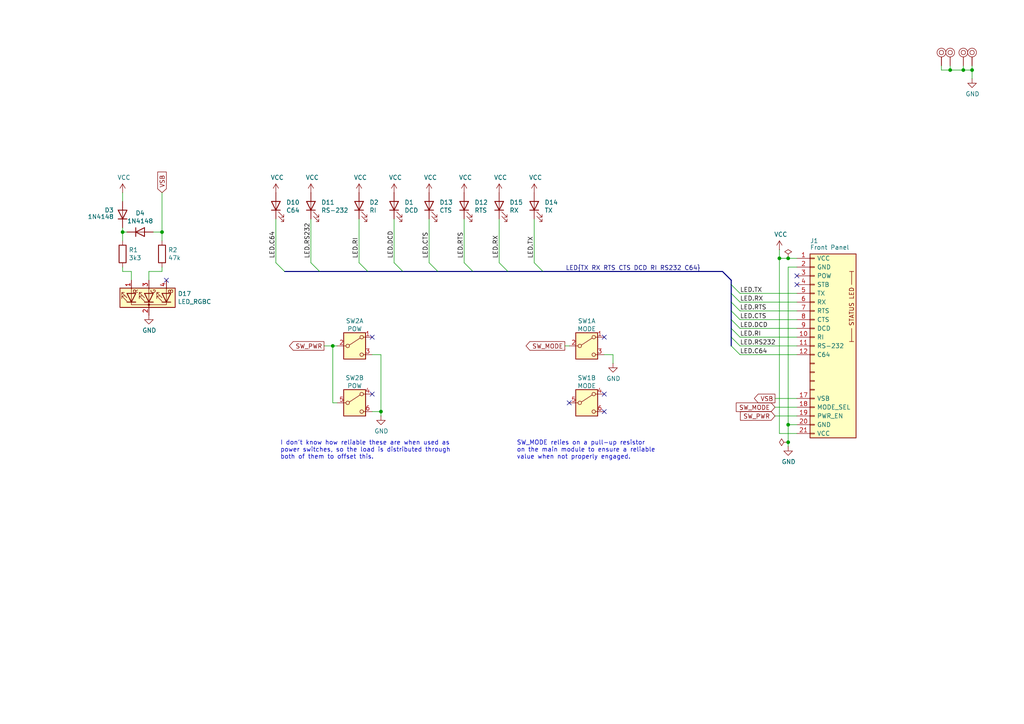
<source format=kicad_sch>
(kicad_sch (version 20231120) (generator "eeschema") (generator_version "8.0")
  (paper "A4")
  (title_block (title "BulkyModem (Panel)") (rev "A") (comment 4 "Front panel for mounting LEDs horizontally, designed for slotting into the main module."))
  (lib_symbols
    (symbol "BulkyModem:Module_Panel" (pin_names (offset 2.0066))
      (property "Reference" "J" (at 0 27.94 0))
      (property "Value" "Module_Panel" (at 0 -27.94 0))
      (symbol "Module_Panel_0_0"
        (polyline (pts (xy 10.795 1.27) (xy 10.795 5.08)))
        (polyline (pts (xy 10.795 21.59) (xy 10.795 17.78)))
        (text "STATUS LED" (at 10.795 11.43 900) (effects (font (size 1.27 1.27))))
      )
      (symbol "Module_Panel_0_1"
        (rectangle (start -1.27 26.67) (end 12.065 -26.67) (stroke (width 0.254)) (fill (type background)))
        (polyline (pts (xy 10.16 21.59) (xy 11.43 21.59)))
        (polyline (pts (xy 11.43 1.27) (xy 10.16 1.27)))
      )
      (symbol "Module_Panel_1_1"
        (rectangle (start -1.27 -25.273) (end 0 -25.527) (stroke (width 0.1524)))
        (rectangle (start -1.27 -22.733) (end 0 -22.987) (stroke (width 0.1524)))
        (rectangle (start -1.27 -20.193) (end 0 -20.447) (stroke (width 0.1524)))
        (rectangle (start -1.27 -17.653) (end 0 -17.907) (stroke (width 0.1524)))
        (rectangle (start -1.27 -15.113) (end 0 -15.367) (stroke (width 0.1524)))
        (rectangle (start -1.27 -12.573) (end 0 -12.827) (stroke (width 0.1524)))
        (rectangle (start -1.27 -10.033) (end 0 -10.287) (stroke (width 0.1524)))
        (rectangle (start -1.27 -7.493) (end 0 -7.747) (stroke (width 0.1524)))
        (rectangle (start -1.27 -4.953) (end 0 -5.207) (stroke (width 0.1524)))
        (rectangle (start -1.27 -2.413) (end 0 -2.667) (stroke (width 0.1524)))
        (rectangle (start -1.27 0.127) (end 0 -0.127) (stroke (width 0.1524)))
        (rectangle (start -1.27 2.667) (end 0 2.413) (stroke (width 0.1524)))
        (rectangle (start -1.27 5.207) (end 0 4.953) (stroke (width 0.1524)))
        (rectangle (start -1.27 7.747) (end 0 7.493) (stroke (width 0.1524)))
        (rectangle (start -1.27 10.287) (end 0 10.033) (stroke (width 0.1524)))
        (rectangle (start -1.27 12.827) (end 0 12.573) (stroke (width 0.1524)))
        (rectangle (start -1.27 15.367) (end 0 15.113) (stroke (width 0.1524)))
        (rectangle (start -1.27 17.907) (end 0 17.653) (stroke (width 0.1524)))
        (rectangle (start -1.27 20.447) (end 0 20.193) (stroke (width 0.1524)))
        (rectangle (start -1.27 22.987) (end 0 22.733) (stroke (width 0.1524)))
        (rectangle (start -1.27 25.527) (end 0 25.273) (stroke (width 0.1524)))
        (pin power_in line (at -5.08 25.4 0) (length 3.81) (name "VCC") (number "1"))
        (pin passive line (at -5.08 2.54 0) (length 3.81) (name "RI") (number "10"))
        (pin passive line (at -5.08 0 0) (length 3.81) (name "RS-232") (number "11"))
        (pin passive line (at -5.08 -2.54 0) (length 3.81) (name "C64") (number "12"))
        (pin no_connect line (at -5.08 -5.08 0) (length 3.81) hide (name "N.C.") (number "13"))
        (pin no_connect line (at -5.08 -7.62 0) (length 3.81) hide (name "N.C.") (number "14"))
        (pin no_connect line (at -5.08 -10.16 0) (length 3.81) hide (name "N.C.") (number "15"))
        (pin no_connect line (at -5.08 -12.7 0) (length 3.81) hide (name "N.C.") (number "16"))
        (pin passive line (at -5.08 -15.24 0) (length 3.81) (name "VSB") (number "17"))
        (pin passive line (at -5.08 -17.78 0) (length 3.81) (name "MODE_SEL") (number "18"))
        (pin passive line (at -5.08 -20.32 0) (length 3.81) (name "PWR_EN") (number "19"))
        (pin power_in line (at -5.08 22.86 0) (length 3.81) (name "GND") (number "2"))
        (pin passive line (at -5.08 -22.86 0) (length 3.81) (name "GND") (number "20"))
        (pin passive line (at -5.08 -25.4 0) (length 3.81) (name "VCC") (number "21"))
        (pin passive line (at -5.08 20.32 0) (length 3.81) (name "POW") (number "3"))
        (pin passive line (at -5.08 17.78 0) (length 3.81) (name "STB") (number "4"))
        (pin passive line (at -5.08 15.24 0) (length 3.81) (name "TX") (number "5"))
        (pin passive line (at -5.08 12.7 0) (length 3.81) (name "RX") (number "6"))
        (pin passive line (at -5.08 10.16 0) (length 3.81) (name "RTS") (number "7"))
        (pin passive line (at -5.08 7.62 0) (length 3.81) (name "CTS") (number "8"))
        (pin passive line (at -5.08 5.08 0) (length 3.81) (name "DCD") (number "9"))
      )
    )
    (symbol "Device:LED" (pin_numbers hide) (pin_names (offset 1.016) hide)
      (property "Reference" "D" (at 0 2.54 0))
      (property "Value" "LED" (at 0 -2.54 0))
      (symbol "LED_0_1"
        (polyline (pts (xy -1.27 -1.27) (xy -1.27 1.27)) (stroke (width 0.254)))
        (polyline (pts (xy -1.27 0) (xy 1.27 0)))
        (polyline (pts (xy 1.27 -1.27) (xy 1.27 1.27) (xy -1.27 0) (xy 1.27 -1.27)) (stroke (width 0.254)))
        (polyline (pts (xy -3.048 -0.762) (xy -4.572 -2.286) (xy -3.81 -2.286) (xy -4.572 -2.286) (xy -4.572 -1.524)))
        (polyline (pts (xy -1.778 -0.762) (xy -3.302 -2.286) (xy -2.54 -2.286) (xy -3.302 -2.286) (xy -3.302 -1.524)))
      )
      (symbol "LED_1_1"
        (pin passive line (at -3.81 0 0) (length 2.54) (name "K") (number "1"))
        (pin passive line (at 3.81 0 180) (length 2.54) (name "A") (number "2"))
      )
    )
    (symbol "Device:R" (pin_numbers hide) (pin_names (offset 0))
      (property "Reference" "R" (at 2.032 0 90))
      (property "Value" "R" (at 0 0 90))
      (symbol "R_0_1"
        (rectangle (start -1.016 -2.54) (end 1.016 2.54) (stroke (width 0.254)))
      )
      (symbol "R_1_1"
        (pin passive line (at 0 3.81 270) (length 1.27) (name "~") (number "1"))
        (pin passive line (at 0 -3.81 90) (length 1.27) (name "~") (number "2"))
      )
    )
    (symbol "Diode:1N4148" (pin_numbers hide) (pin_names hide)
      (property "Reference" "D" (at 0 2.54 0))
      (property "Value" "1N4148" (at 0 -2.54 0))
      (symbol "1N4148_0_1"
        (polyline (pts (xy -1.27 1.27) (xy -1.27 -1.27)) (stroke (width 0.254)))
        (polyline (pts (xy 1.27 0) (xy -1.27 0)))
        (polyline (pts (xy 1.27 1.27) (xy 1.27 -1.27) (xy -1.27 0) (xy 1.27 1.27)) (stroke (width 0.254)))
      )
      (symbol "1N4148_1_1"
        (pin passive line (at -3.81 0 0) (length 2.54) (name "K") (number "1"))
        (pin passive line (at 3.81 0 180) (length 2.54) (name "A") (number "2"))
      )
    )
    (symbol "Switch:SW_DPDT_x2" (pin_names (offset 0) hide)
      (property "Reference" "SW" (at 0 5.08 0))
      (property "Value" "SW_DPDT_x2" (at 0 -5.08 0))
      (symbol "SW_DPDT_x2_0_0"
        (circle (center -2.032 0) (radius 0.508))
        (circle (center 2.032 -2.54) (radius 0.508))
      )
      (symbol "SW_DPDT_x2_0_1"
        (rectangle (start -3.175 3.81) (end 3.175 -3.81) (stroke (width 0.254)) (fill (type background)))
        (polyline (pts (xy -1.524 0.254) (xy 1.5748 2.286)))
        (circle (center 2.032 2.54) (radius 0.508))
      )
      (symbol "SW_DPDT_x2_1_1"
        (pin passive line (at 5.08 2.54 180) (length 2.54) (name "A") (number "1"))
        (pin passive line (at -5.08 0 0) (length 2.54) (name "B") (number "2"))
        (pin passive line (at 5.08 -2.54 180) (length 2.54) (name "C") (number "3"))
      )
      (symbol "SW_DPDT_x2_2_1"
        (pin passive line (at 5.08 2.54 180) (length 2.54) (name "A") (number "4"))
        (pin passive line (at -5.08 0 0) (length 2.54) (name "B") (number "5"))
        (pin passive line (at 5.08 -2.54 180) (length 2.54) (name "C") (number "6"))
      )
    )
    (symbol "led_rgbc:LED_RGBC" (pin_names (offset 0) hide)
      (property "Reference" "D" (at 0 9.398 0))
      (property "Value" "LED_RGBC" (at 0 -8.89 0))
      (symbol "LED_RGBC_0_0"
        (text "B" (at 1.905 -6.35 0) (effects (font (size 1.27 1.27))))
        (text "G" (at 1.905 -1.27 0) (effects (font (size 1.27 1.27))))
        (text "R" (at 1.905 3.81 0) (effects (font (size 1.27 1.27))))
      )
      (symbol "LED_RGBC_0_1"
        (circle (center -2.032 0) (radius 0.254) (fill (type outline)))
        (polyline (pts (xy -1.27 -5.08) (xy 1.27 -5.08)))
        (polyline (pts (xy -1.27 -3.81) (xy -1.27 -6.35)) (stroke (width 0.254)))
        (polyline (pts (xy -1.27 0) (xy -2.54 0)))
        (polyline (pts (xy -1.27 1.27) (xy -1.27 -1.27)) (stroke (width 0.254)))
        (polyline (pts (xy -1.27 5.08) (xy 1.27 5.08)))
        (polyline (pts (xy -1.27 6.35) (xy -1.27 3.81)) (stroke (width 0.254)))
        (polyline (pts (xy 1.27 -5.08) (xy 2.54 -5.08)))
        (polyline (pts (xy 1.27 0) (xy -1.27 0)))
        (polyline (pts (xy 1.27 0) (xy 2.54 0)))
        (polyline (pts (xy 1.27 5.08) (xy 2.54 5.08)))
        (polyline (pts (xy -1.27 1.27) (xy -1.27 -1.27) (xy -1.27 -1.27)))
        (polyline (pts (xy -1.27 6.35) (xy -1.27 3.81) (xy -1.27 3.81)))
        (polyline (pts (xy -1.27 5.08) (xy -2.032 5.08) (xy -2.032 -5.08) (xy -1.016 -5.08)))
        (polyline (pts (xy 1.27 -3.81) (xy 1.27 -6.35) (xy -1.27 -5.08) (xy 1.27 -3.81)) (stroke (width 0.254)))
        (polyline (pts (xy 1.27 1.27) (xy 1.27 -1.27) (xy -1.27 0) (xy 1.27 1.27)) (stroke (width 0.254)))
        (polyline (pts (xy 1.27 6.35) (xy 1.27 3.81) (xy -1.27 5.08) (xy 1.27 6.35)) (stroke (width 0.254)))
        (polyline (pts (xy -1.016 -3.81) (xy 0.508 -2.286) (xy -0.254 -2.286) (xy 0.508 -2.286) (xy 0.508 -3.048)))
        (polyline (pts (xy -1.016 1.27) (xy 0.508 2.794) (xy -0.254 2.794) (xy 0.508 2.794) (xy 0.508 2.032)))
        (polyline (pts (xy -1.016 6.35) (xy 0.508 7.874) (xy -0.254 7.874) (xy 0.508 7.874) (xy 0.508 7.112)))
        (polyline (pts (xy 0 -3.81) (xy 1.524 -2.286) (xy 0.762 -2.286) (xy 1.524 -2.286) (xy 1.524 -3.048)))
        (polyline (pts (xy 0 1.27) (xy 1.524 2.794) (xy 0.762 2.794) (xy 1.524 2.794) (xy 1.524 2.032)))
        (polyline (pts (xy 0 6.35) (xy 1.524 7.874) (xy 0.762 7.874) (xy 1.524 7.874) (xy 1.524 7.112)))
        (rectangle (start 1.27 -1.27) (end 1.27 1.27))
        (rectangle (start 1.27 1.27) (end 1.27 1.27))
        (rectangle (start 1.27 3.81) (end 1.27 6.35))
        (rectangle (start 1.27 6.35) (end 1.27 6.35))
        (rectangle (start 2.794 8.382) (end -2.794 -7.62) (stroke (width 0.254)) (fill (type background)))
      )
      (symbol "LED_RGBC_1_1"
        (pin passive line (at 5.08 5.08 180) (length 2.54) (name "RA") (number "1"))
        (pin passive line (at -5.08 0 0) (length 2.54) (name "K") (number "2"))
        (pin passive line (at 5.08 0 180) (length 2.54) (name "GA") (number "3"))
        (pin passive line (at 5.08 -5.08 180) (length 2.54) (name "BA") (number "4"))
      )
    )
    (symbol "mounting:Mounting_Pin" (pin_numbers hide) (pin_names (offset 0) hide)
      (symbol "Mounting_Pin_0_1"
        (circle (center 0 0) (radius 0.635))
        (circle (center 0 0) (radius 1.27))
      )
      (symbol "Mounting_Pin_1_1"
        (pin passive line (at 0 -3.81 90) (length 2.54) (name "~") (number "1"))
      )
    )
    (symbol "power:GND" (power) (pin_numbers hide) (pin_names (offset 0) hide)
      (property "Value" "GND" (at 0 -3.81 0))
      (symbol "GND_0_1"
        (polyline (pts (xy 0 0) (xy 0 -1.27) (xy 1.27 -1.27) (xy 0 -2.54) (xy -1.27 -1.27) (xy 0 -1.27)))
      )
      (symbol "GND_1_1"
        (pin power_in line (at 0 0 270) (length 0) (name "~") (number "1"))
      )
    )
    (symbol "power:PWR_FLAG" (power) (pin_numbers hide) (pin_names (offset 0) hide)
      (property "Value" "PWR_FLAG" (at 0 3.81 0))
      (symbol "PWR_FLAG_0_0"
        (pin power_out line (at 0 0 90) (length 0) (name "~") (number "1"))
      )
      (symbol "PWR_FLAG_0_1"
        (polyline (pts (xy 0 0) (xy 0 1.27) (xy -1.016 1.905) (xy 0 2.54) (xy 1.016 1.905) (xy 0 1.27)))
      )
    )
    (symbol "power:VCC" (power) (pin_numbers hide) (pin_names (offset 0) hide)
      (property "Value" "VCC" (at 0 3.556 0))
      (symbol "VCC_0_1"
        (polyline (pts (xy -0.762 1.27) (xy 0 2.54)))
        (polyline (pts (xy 0 0) (xy 0 2.54)))
        (polyline (pts (xy 0 2.54) (xy 0.762 1.27)))
      )
      (symbol "VCC_1_1"
        (pin power_in line (at 0 0 90) (length 0) (name "~") (number "1"))
      )
    )
  )
  (junction (at 279.4 20.32))
  (junction (at 96.52 100.33))
  (junction (at 46.99 67.31))
  (junction (at 226.06 74.93))
  (junction (at 228.6 128.27))
  (junction (at 110.49 119.38))
  (junction (at 275.59 20.32))
  (junction (at 281.94 20.32))
  (junction (at 228.6 123.19))
  (junction (at 228.6 74.93))
  (junction (at 35.56 67.31))
  (no_connect (at 231.14 80.01))
  (no_connect (at 175.26 114.3))
  (no_connect (at 107.95 97.79))
  (no_connect (at 48.26 81.28))
  (no_connect (at 165.1 116.84))
  (no_connect (at 175.26 97.79))
  (no_connect (at 175.26 119.38))
  (no_connect (at 107.95 114.3))
  (no_connect (at 231.14 82.55))
  (bus_entry (at 106.68 78.74) (size -2.54 -2.54))
  (bus_entry (at 214.63 85.09) (size -2.54 -2.54))
  (bus_entry (at 147.32 78.74) (size -2.54 -2.54))
  (bus_entry (at 214.63 100.33) (size -2.54 -2.54))
  (bus_entry (at 137.16 78.74) (size -2.54 -2.54))
  (bus_entry (at 92.71 78.74) (size -2.54 -2.54))
  (bus_entry (at 214.63 102.87) (size -2.54 -2.54))
  (bus_entry (at 214.63 92.71) (size -2.54 -2.54))
  (bus_entry (at 116.84 78.74) (size -2.54 -2.54))
  (bus_entry (at 214.63 87.63) (size -2.54 -2.54))
  (bus_entry (at 214.63 90.17) (size -2.54 -2.54))
  (bus_entry (at 82.55 78.74) (size -2.54 -2.54))
  (bus_entry (at 127 78.74) (size -2.54 -2.54))
  (bus_entry (at 214.63 97.79) (size -2.54 -2.54))
  (bus_entry (at 214.63 95.25) (size -2.54 -2.54))
  (bus_entry (at 157.48 78.74) (size -2.54 -2.54))
  (wire (pts (xy 177.8 102.87) (xy 177.8 105.41)))
  (wire (pts (xy 96.52 116.84) (xy 97.79 116.84)))
  (wire (pts (xy 214.63 87.63) (xy 231.14 87.63)))
  (bus (pts (xy 209.55 78.74) (xy 212.09 81.28)))
  (wire (pts (xy 273.05 20.32) (xy 275.59 20.32)))
  (wire (pts (xy 214.63 97.79) (xy 231.14 97.79)))
  (wire (pts (xy 35.56 66.04) (xy 35.56 67.31)))
  (wire (pts (xy 228.6 77.47) (xy 228.6 123.19)))
  (wire (pts (xy 107.95 119.38) (xy 110.49 119.38)))
  (wire (pts (xy 228.6 123.19) (xy 231.14 123.19)))
  (wire (pts (xy 35.56 67.31) (xy 36.83 67.31)))
  (wire (pts (xy 46.99 77.47) (xy 46.99 78.74)))
  (wire (pts (xy 214.63 85.09) (xy 231.14 85.09)))
  (wire (pts (xy 46.99 67.31) (xy 46.99 69.85)))
  (wire (pts (xy 46.99 55.88) (xy 46.99 67.31)))
  (bus (pts (xy 212.09 95.25) (xy 212.09 92.71)))
  (wire (pts (xy 93.98 100.33) (xy 96.52 100.33)))
  (wire (pts (xy 35.56 55.88) (xy 35.56 58.42)))
  (bus (pts (xy 212.09 97.79) (xy 212.09 95.25)))
  (wire (pts (xy 163.83 100.33) (xy 165.1 100.33)))
  (wire (pts (xy 104.14 76.2) (xy 104.14 63.5)))
  (wire (pts (xy 226.06 74.93) (xy 228.6 74.93)))
  (wire (pts (xy 275.59 19.05) (xy 275.59 20.32)))
  (wire (pts (xy 110.49 119.38) (xy 110.49 120.65)))
  (wire (pts (xy 35.56 77.47) (xy 35.56 78.74)))
  (bus (pts (xy 82.55 78.74) (xy 92.71 78.74)))
  (wire (pts (xy 279.4 20.32) (xy 281.94 20.32)))
  (wire (pts (xy 226.06 74.93) (xy 226.06 72.39)))
  (bus (pts (xy 212.09 100.33) (xy 212.09 97.79)))
  (bus (pts (xy 212.09 92.71) (xy 212.09 90.17)))
  (bus (pts (xy 92.71 78.74) (xy 106.68 78.74)))
  (bus (pts (xy 157.48 78.74) (xy 209.55 78.74)))
  (wire (pts (xy 175.26 102.87) (xy 177.8 102.87)))
  (wire (pts (xy 46.99 67.31) (xy 44.45 67.31)))
  (wire (pts (xy 228.6 123.19) (xy 228.6 128.27)))
  (wire (pts (xy 214.63 95.25) (xy 231.14 95.25)))
  (wire (pts (xy 80.01 63.5) (xy 80.01 76.2)))
  (wire (pts (xy 46.99 78.74) (xy 43.18 78.74)))
  (wire (pts (xy 214.63 102.87) (xy 231.14 102.87)))
  (wire (pts (xy 124.46 76.2) (xy 124.46 63.5)))
  (wire (pts (xy 273.05 19.05) (xy 273.05 20.32)))
  (wire (pts (xy 226.06 125.73) (xy 226.06 74.93)))
  (bus (pts (xy 212.09 82.55) (xy 212.09 85.09)))
  (wire (pts (xy 110.49 119.38) (xy 110.49 102.87)))
  (wire (pts (xy 226.06 125.73) (xy 231.14 125.73)))
  (wire (pts (xy 90.17 63.5) (xy 90.17 76.2)))
  (wire (pts (xy 279.4 19.05) (xy 279.4 20.32)))
  (wire (pts (xy 144.78 76.2) (xy 144.78 63.5)))
  (wire (pts (xy 228.6 77.47) (xy 231.14 77.47)))
  (wire (pts (xy 35.56 78.74) (xy 38.1 78.74)))
  (wire (pts (xy 281.94 20.32) (xy 281.94 19.05)))
  (wire (pts (xy 114.3 76.2) (xy 114.3 63.5)))
  (bus (pts (xy 106.68 78.74) (xy 116.84 78.74)))
  (wire (pts (xy 35.56 69.85) (xy 35.56 67.31)))
  (wire (pts (xy 214.63 92.71) (xy 231.14 92.71)))
  (wire (pts (xy 228.6 128.27) (xy 228.6 129.54)))
  (bus (pts (xy 212.09 81.28) (xy 212.09 82.55)))
  (wire (pts (xy 96.52 100.33) (xy 97.79 100.33)))
  (bus (pts (xy 212.09 90.17) (xy 212.09 87.63)))
  (wire (pts (xy 43.18 78.74) (xy 43.18 81.28)))
  (wire (pts (xy 96.52 100.33) (xy 96.52 116.84)))
  (wire (pts (xy 228.6 74.93) (xy 231.14 74.93)))
  (wire (pts (xy 110.49 102.87) (xy 107.95 102.87)))
  (wire (pts (xy 154.94 63.5) (xy 154.94 76.2)))
  (bus (pts (xy 137.16 78.74) (xy 147.32 78.74)))
  (wire (pts (xy 214.63 100.33) (xy 231.14 100.33)))
  (wire (pts (xy 224.79 115.57) (xy 231.14 115.57)))
  (wire (pts (xy 275.59 20.32) (xy 279.4 20.32)))
  (wire (pts (xy 281.94 20.32) (xy 281.94 22.86)))
  (bus (pts (xy 147.32 78.74) (xy 157.48 78.74)))
  (wire (pts (xy 231.14 120.65) (xy 224.79 120.65)))
  (bus (pts (xy 212.09 87.63) (xy 212.09 85.09)))
  (bus (pts (xy 127 78.74) (xy 137.16 78.74)))
  (wire (pts (xy 38.1 78.74) (xy 38.1 81.28)))
  (wire (pts (xy 224.79 118.11) (xy 231.14 118.11)))
  (wire (pts (xy 214.63 90.17) (xy 231.14 90.17)))
  (wire (pts (xy 134.62 63.5) (xy 134.62 76.2)))
  (bus (pts (xy 116.84 78.74) (xy 127 78.74)))
  (text "SW_MODE relies on a pull-up resistor\non the main module to ensure a reliable\nvalue when not properly engaged." (at 149.86 133.35 0) (effects (font (size 1.27 1.27)) (justify left bottom)))
  (text "I don't know how reliable these are when used as\npower switches, so the load is distributed through\nboth of them to offset this." (at 81.28 133.35 0) (effects (font (size 1.27 1.27)) (justify left bottom)))
  (label "LED.TX" (at 214.63 85.09 0))
  (label "LED.RTS" (at 134.62 74.93 90))
  (label "LED.DCD" (at 114.3 74.93 90))
  (label "LED.DCD" (at 214.63 95.25 0))
  (label "LED.TX" (at 154.94 74.93 90))
  (label "LED.C64" (at 214.63 102.87 0))
  (label "LED.RS232" (at 90.17 74.93 90))
  (label "LED.RX" (at 144.78 74.93 90))
  (label "LED.RTS" (at 214.63 90.17 0))
  (label "LED.C64" (at 80.01 74.93 90))
  (label "LED.RI" (at 214.63 97.79 0))
  (label "LED.RS232" (at 214.63 100.33 0))
  (label "LED{TX RX RTS CTS DCD RI RS232 C64}" (at 203.2 78.74 180))
  (label "LED.CTS" (at 124.46 74.93 90))
  (label "LED.RX" (at 214.63 87.63 0))
  (label "LED.RI" (at 104.14 74.93 90))
  (label "LED.CTS" (at 214.63 92.71 0))
  (global_label "SW_MODE" (shape output) (at 163.83 100.33 180) (property "Intersheetrefs" "${INTERSHEET_REFS}" (effects (hide yes))))
  (global_label "VSB" (shape output) (at 224.79 115.57 180) (property "Intersheetrefs" "${INTERSHEET_REFS}" (effects (hide yes))))
  (global_label "SW_PWR" (shape output) (at 93.98 100.33 180) (property "Intersheetrefs" "${INTERSHEET_REFS}" (effects (hide yes))))
  (global_label "SW_PWR" (shape input) (at 224.79 120.65 180) (property "Intersheetrefs" "${INTERSHEET_REFS}" (effects (hide yes))))
  (global_label "SW_MODE" (shape input) (at 224.79 118.11 180) (property "Intersheetrefs" "${INTERSHEET_REFS}" (effects (hide yes))))
  (global_label "VSB" (shape input) (at 46.99 55.88 90) (property "Intersheetrefs" "${INTERSHEET_REFS}" (effects (hide yes))))
  (symbol (lib_id "BulkyModem:Module_Panel") (at 236.22 100.33 0) (unit 1)
    (property "Reference" "J1" (at 234.95 69.85 0) (effects (justify left)))
    (property "Value" "Front Panel" (at 234.95 71.755 0) (effects (justify left)))
    (property "Footprint" "Connector_PinHeader_2.54mm:PinHeader_1x21_P2.54mm_Horizontal" (effects (hide yes)))
  )
  (symbol (lib_id "mounting:Mounting_Pin") (at 273.05 15.24 0) (unit 1)
    (property "Reference" "M1" (effects (hide yes)))
    (property "Value" "Mounting_Pin" (effects (hide yes)))
    (property "Footprint" "mounting:M3_pin" (effects (hide yes)))
  )
  (symbol (lib_id "mounting:Mounting_Pin") (at 275.59 15.24 0) (unit 1)
    (property "Reference" "M2" (effects (hide yes)))
    (property "Value" "Mounting_Pin" (effects (hide yes)))
    (property "Footprint" "mounting:M3_pin" (effects (hide yes)))
  )
  (symbol (lib_id "mounting:Mounting_Pin") (at 279.4 15.24 0) (unit 1)
    (property "Reference" "M3" (effects (hide yes)))
    (property "Value" "Mounting_Pin" (effects (hide yes)))
    (property "Footprint" "mounting:M3_pin" (effects (hide yes)))
  )
  (symbol (lib_id "mounting:Mounting_Pin") (at 281.94 15.24 0) (unit 1)
    (property "Reference" "M4" (effects (hide yes)))
    (property "Value" "Mounting_Pin" (effects (hide yes)))
    (property "Footprint" "mounting:M3_pin" (effects (hide yes)))
  )
  (symbol (lib_id "power:GND") (at 228.6 129.54 0) (unit 1)
    (property "Reference" "#PWR0101" (effects (hide yes)))
    (property "Value" "GND" (at 228.727 133.9342 0))
  )
  (symbol (lib_id "power:VCC") (at 226.06 72.39 0) (unit 1)
    (property "Reference" "#PWR0102" (effects (hide yes)))
    (property "Value" "VCC" (at 226.441 67.9958 0))
  )
  (symbol (lib_id "power:GND") (at 281.94 22.86 0) (unit 1)
    (property "Reference" "#PWR0111" (effects (hide yes)))
    (property "Value" "GND" (at 282.067 27.2542 0))
  )
  (symbol (lib_id "power:PWR_FLAG") (at 228.6 74.93 0) (unit 1)
    (property "Reference" "#FLG0101" (effects (hide yes)))
    (property "Value" "PWR_FLAG" (effects (hide yes)))
  )
  (symbol (lib_id "Device:LED") (at 80.01 59.69 90) (unit 1)
    (property "Reference" "D10" (at 83.0072 58.6994 90) (effects (justify right)))
    (property "Value" "C64" (at 83.0072 61.0108 90) (effects (justify right)))
    (property "Footprint" "LED_THT:LED_D5.0mm" (effects (hide yes)))
  )
  (symbol (lib_id "power:VCC") (at 80.01 55.88 0) (unit 1)
    (property "Reference" "#PWR0103" (effects (hide yes)))
    (property "Value" "VCC" (at 80.391 51.4858 0))
  )
  (symbol (lib_id "Device:LED") (at 90.17 59.69 90) (unit 1)
    (property "Reference" "D11" (at 93.1672 58.6994 90) (effects (justify right)))
    (property "Value" "RS-232" (at 93.1672 61.0108 90) (effects (justify right)))
    (property "Footprint" "LED_THT:LED_D5.0mm" (effects (hide yes)))
  )
  (symbol (lib_id "power:VCC") (at 90.17 55.88 0) (unit 1)
    (property "Reference" "#PWR0104" (effects (hide yes)))
    (property "Value" "VCC" (at 90.551 51.4858 0))
  )
  (symbol (lib_id "Device:LED") (at 134.62 59.69 90) (unit 1)
    (property "Reference" "D12" (at 137.6172 58.6994 90) (effects (justify right)))
    (property "Value" "RTS" (at 137.6172 61.0108 90) (effects (justify right)))
    (property "Footprint" "LED_THT:LED_D5.0mm" (effects (hide yes)))
  )
  (symbol (lib_id "power:VCC") (at 134.62 55.88 0) (unit 1)
    (property "Reference" "#PWR0105" (effects (hide yes)))
    (property "Value" "VCC" (at 135.001 51.4858 0))
  )
  (symbol (lib_id "Device:LED") (at 124.46 59.69 90) (unit 1)
    (property "Reference" "D13" (at 127.4572 58.6994 90) (effects (justify right)))
    (property "Value" "CTS" (at 127.4572 61.0108 90) (effects (justify right)))
    (property "Footprint" "LED_THT:LED_D5.0mm" (effects (hide yes)))
  )
  (symbol (lib_id "power:VCC") (at 124.46 55.88 0) (unit 1)
    (property "Reference" "#PWR0106" (effects (hide yes)))
    (property "Value" "VCC" (at 124.841 51.4858 0))
  )
  (symbol (lib_id "Device:LED") (at 154.94 59.69 90) (unit 1)
    (property "Reference" "D14" (at 157.9372 58.6994 90) (effects (justify right)))
    (property "Value" "TX" (at 157.9372 61.0108 90) (effects (justify right)))
    (property "Footprint" "LED_THT:LED_D5.0mm" (effects (hide yes)))
  )
  (symbol (lib_id "power:VCC") (at 154.94 55.88 0) (unit 1)
    (property "Reference" "#PWR0107" (effects (hide yes)))
    (property "Value" "VCC" (at 155.321 51.4858 0))
  )
  (symbol (lib_id "Device:LED") (at 144.78 59.69 90) (unit 1)
    (property "Reference" "D15" (at 147.7772 58.6994 90) (effects (justify right)))
    (property "Value" "RX" (at 147.7772 61.0108 90) (effects (justify right)))
    (property "Footprint" "LED_THT:LED_D5.0mm" (effects (hide yes)))
  )
  (symbol (lib_id "power:VCC") (at 144.78 55.88 0) (unit 1)
    (property "Reference" "#PWR0108" (effects (hide yes)))
    (property "Value" "VCC" (at 145.161 51.4858 0))
  )
  (symbol (lib_id "power:PWR_FLAG") (at 228.6 128.27 90) (unit 1)
    (property "Reference" "#FLG0102" (effects (hide yes)))
    (property "Value" "PWR_FLAG" (effects (hide yes)))
  )
  (symbol (lib_id "Device:LED") (at 114.3 59.69 90) (unit 1)
    (property "Reference" "D1" (at 117.2972 58.6994 90) (effects (justify right)))
    (property "Value" "DCD" (at 117.2972 61.0108 90) (effects (justify right)))
    (property "Footprint" "LED_THT:LED_D5.0mm" (effects (hide yes)))
  )
  (symbol (lib_id "power:VCC") (at 114.3 55.88 0) (unit 1)
    (property "Reference" "#PWR01" (effects (hide yes)))
    (property "Value" "VCC" (at 114.681 51.4858 0))
  )
  (symbol (lib_id "Device:LED") (at 104.14 59.69 90) (unit 1)
    (property "Reference" "D2" (at 107.1372 58.6994 90) (effects (justify right)))
    (property "Value" "RI" (at 107.1372 61.0108 90) (effects (justify right)))
    (property "Footprint" "LED_THT:LED_D5.0mm" (effects (hide yes)))
  )
  (symbol (lib_id "power:VCC") (at 104.14 55.88 0) (unit 1)
    (property "Reference" "#PWR0114" (effects (hide yes)))
    (property "Value" "VCC" (at 104.521 51.4858 0))
  )
  (symbol (lib_id "Switch:SW_DPDT_x2") (at 170.18 100.33 0) (unit 1)
    (property "Reference" "SW1" (at 170.18 93.091 0))
    (property "Value" "MODE" (at 170.18 95.4024 0))
    (property "Footprint" "6pin_switch:dpdt_switch_black" (effects (hide yes)))
  )
  (symbol (lib_id "Switch:SW_DPDT_x2") (at 170.18 116.84 0) (unit 2)
    (property "Reference" "SW1" (at 170.18 109.601 0))
    (property "Value" "MODE" (at 170.18 111.9124 0))
    (property "Footprint" "6pin_switch:dpdt_switch_black" (effects (hide yes)))
  )
  (symbol (lib_id "Switch:SW_DPDT_x2") (at 102.87 100.33 0) (unit 1)
    (property "Reference" "SW2" (at 102.87 93.091 0))
    (property "Value" "POW" (at 102.87 95.4024 0))
    (property "Footprint" "6pin_switch:dpdt_switch_black" (effects (hide yes)))
  )
  (symbol (lib_id "Switch:SW_DPDT_x2") (at 102.87 116.84 0) (unit 2)
    (property "Reference" "SW2" (at 102.87 109.601 0))
    (property "Value" "POW" (at 102.87 111.9124 0))
    (property "Footprint" "6pin_switch:dpdt_switch_black" (effects (hide yes)))
  )
  (symbol (lib_id "power:GND") (at 110.49 120.65 0) (unit 1)
    (property "Reference" "#PWR0112" (effects (hide yes)))
    (property "Value" "GND" (at 110.617 125.0442 0))
  )
  (symbol (lib_id "power:GND") (at 177.8 105.41 0) (unit 1)
    (property "Reference" "#PWR0113" (effects (hide yes)))
    (property "Value" "GND" (at 177.927 109.8042 0))
  )
  (symbol (lib_id "led_rgbc:LED_RGBC") (at 43.18 86.36 90) (unit 1)
    (property "Reference" "D17" (at 51.562 85.1916 90) (effects (justify right)))
    (property "Value" "LED_RGBC" (at 51.562 87.503 90) (effects (justify right)))
    (property "Footprint" "LED_THT:LED_D5.0mm-4_RGB_Wide_Pins" (effects (hide yes)))
  )
  (symbol (lib_id "power:GND") (at 43.18 91.44 0) (unit 1)
    (property "Reference" "#PWR0109" (effects (hide yes)))
    (property "Value" "GND" (at 43.307 95.8342 0))
  )
  (symbol (lib_id "power:VCC") (at 35.56 55.88 0) (unit 1)
    (property "Reference" "#PWR0110" (effects (hide yes)))
    (property "Value" "VCC" (at 35.941 51.4858 0))
  )
  (symbol (lib_id "Device:R") (at 35.56 73.66 0) (mirror y) (unit 1)
    (property "Reference" "R1" (at 37.338 72.4916 0) (effects (justify right)))
    (property "Value" "3k3" (at 37.338 74.803 0) (effects (justify right)))
    (property "Footprint" "Resistor_THT:R_Axial_DIN0207_L6.3mm_D2.5mm_P10.16mm_Horizontal" (effects (hide yes)))
  )
  (symbol (lib_id "Device:R") (at 46.99 73.66 0) (unit 1)
    (property "Reference" "R2" (at 48.768 72.4916 0) (effects (justify left)))
    (property "Value" "47k" (at 48.768 74.803 0) (effects (justify left)))
    (property "Footprint" "Resistor_THT:R_Axial_DIN0207_L6.3mm_D2.5mm_P10.16mm_Horizontal" (effects (hide yes)))
  )
  (symbol (lib_id "Diode:1N4148") (at 35.56 62.23 90) (unit 1)
    (property "Reference" "D3" (at 33.02 60.96 90) (effects (justify left)))
    (property "Value" "1N4148" (at 33.02 62.865 90) (effects (justify left)))
    (property "Footprint" "Diode_THT:D_DO-35_SOD27_P7.62mm_Horizontal" (effects (hide yes)))
    (property "Datasheet" "https://assets.nexperia.com/documents/data-sheet/1N4148_1N4448.pdf" (effects (hide yes)))
  )
  (symbol (lib_id "Diode:1N4148") (at 40.64 67.31 0) (unit 1)
    (property "Reference" "D4" (at 40.64 61.7982 0))
    (property "Value" "1N4148" (at 40.64 64.1096 0))
    (property "Footprint" "Diode_THT:D_DO-35_SOD27_P7.62mm_Horizontal" (effects (hide yes)))
    (property "Datasheet" "https://assets.nexperia.com/documents/data-sheet/1N4148_1N4448.pdf" (effects (hide yes)))
  )
)
</source>
